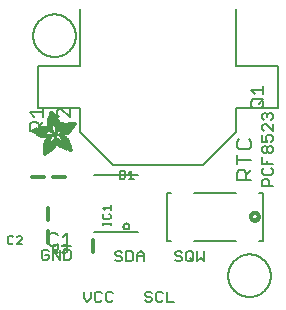
<source format=gbr>
G04 EAGLE Gerber RS-274X export*
G75*
%MOMM*%
%FSLAX34Y34*%
%LPD*%
%INSilkscreen Top*%
%IPPOS*%
%AMOC8*
5,1,8,0,0,1.08239X$1,22.5*%
G01*
%ADD10C,0.152400*%
%ADD11C,0.203200*%
%ADD12C,0.304800*%
%ADD13C,0.177800*%
%ADD14R,0.006300X0.050800*%
%ADD15R,0.006400X0.082600*%
%ADD16R,0.006300X0.120600*%
%ADD17R,0.006400X0.139700*%
%ADD18R,0.006300X0.158800*%
%ADD19R,0.006400X0.177800*%
%ADD20R,0.006300X0.196800*%
%ADD21R,0.006400X0.215900*%
%ADD22R,0.006300X0.228600*%
%ADD23R,0.006400X0.241300*%
%ADD24R,0.006300X0.254000*%
%ADD25R,0.006400X0.266700*%
%ADD26R,0.006300X0.279400*%
%ADD27R,0.006400X0.285700*%
%ADD28R,0.006300X0.298400*%
%ADD29R,0.006400X0.311200*%
%ADD30R,0.006300X0.317500*%
%ADD31R,0.006400X0.330200*%
%ADD32R,0.006300X0.336600*%
%ADD33R,0.006400X0.349200*%
%ADD34R,0.006300X0.361900*%
%ADD35R,0.006400X0.368300*%
%ADD36R,0.006300X0.381000*%
%ADD37R,0.006400X0.387300*%
%ADD38R,0.006300X0.393700*%
%ADD39R,0.006400X0.406400*%
%ADD40R,0.006300X0.412700*%
%ADD41R,0.006400X0.419100*%
%ADD42R,0.006300X0.431800*%
%ADD43R,0.006400X0.438100*%
%ADD44R,0.006300X0.450800*%
%ADD45R,0.006400X0.457200*%
%ADD46R,0.006300X0.463500*%
%ADD47R,0.006400X0.476200*%
%ADD48R,0.006300X0.482600*%
%ADD49R,0.006400X0.488900*%
%ADD50R,0.006300X0.501600*%
%ADD51R,0.006400X0.508000*%
%ADD52R,0.006300X0.514300*%
%ADD53R,0.006400X0.527000*%
%ADD54R,0.006300X0.533400*%
%ADD55R,0.006400X0.546100*%
%ADD56R,0.006300X0.552400*%
%ADD57R,0.006400X0.558800*%
%ADD58R,0.006300X0.571500*%
%ADD59R,0.006400X0.577800*%
%ADD60R,0.006300X0.584200*%
%ADD61R,0.006400X0.596900*%
%ADD62R,0.006300X0.603200*%
%ADD63R,0.006400X0.609600*%
%ADD64R,0.006300X0.622300*%
%ADD65R,0.006400X0.628600*%
%ADD66R,0.006300X0.641300*%
%ADD67R,0.006400X0.647700*%
%ADD68R,0.006300X0.063500*%
%ADD69R,0.006300X0.654000*%
%ADD70R,0.006400X0.101600*%
%ADD71R,0.006400X0.666700*%
%ADD72R,0.006300X0.139700*%
%ADD73R,0.006300X0.673100*%
%ADD74R,0.006400X0.165100*%
%ADD75R,0.006400X0.679400*%
%ADD76R,0.006300X0.196900*%
%ADD77R,0.006300X0.692100*%
%ADD78R,0.006400X0.222200*%
%ADD79R,0.006400X0.698500*%
%ADD80R,0.006300X0.247700*%
%ADD81R,0.006300X0.704800*%
%ADD82R,0.006400X0.279400*%
%ADD83R,0.006400X0.717500*%
%ADD84R,0.006300X0.298500*%
%ADD85R,0.006300X0.723900*%
%ADD86R,0.006400X0.736600*%
%ADD87R,0.006300X0.342900*%
%ADD88R,0.006300X0.742900*%
%ADD89R,0.006400X0.374700*%
%ADD90R,0.006400X0.749300*%
%ADD91R,0.006300X0.762000*%
%ADD92R,0.006400X0.412700*%
%ADD93R,0.006400X0.768300*%
%ADD94R,0.006300X0.438100*%
%ADD95R,0.006300X0.774700*%
%ADD96R,0.006400X0.463600*%
%ADD97R,0.006400X0.787400*%
%ADD98R,0.006300X0.793700*%
%ADD99R,0.006400X0.495300*%
%ADD100R,0.006400X0.800100*%
%ADD101R,0.006300X0.520700*%
%ADD102R,0.006300X0.812800*%
%ADD103R,0.006400X0.533400*%
%ADD104R,0.006400X0.819100*%
%ADD105R,0.006300X0.558800*%
%ADD106R,0.006300X0.825500*%
%ADD107R,0.006400X0.577900*%
%ADD108R,0.006400X0.831800*%
%ADD109R,0.006300X0.596900*%
%ADD110R,0.006300X0.844500*%
%ADD111R,0.006400X0.616000*%
%ADD112R,0.006400X0.850900*%
%ADD113R,0.006300X0.635000*%
%ADD114R,0.006300X0.857200*%
%ADD115R,0.006400X0.654100*%
%ADD116R,0.006400X0.863600*%
%ADD117R,0.006300X0.666700*%
%ADD118R,0.006300X0.869900*%
%ADD119R,0.006400X0.685800*%
%ADD120R,0.006400X0.876300*%
%ADD121R,0.006300X0.882600*%
%ADD122R,0.006400X0.723900*%
%ADD123R,0.006400X0.889000*%
%ADD124R,0.006300X0.895300*%
%ADD125R,0.006400X0.755700*%
%ADD126R,0.006400X0.901700*%
%ADD127R,0.006300X0.908000*%
%ADD128R,0.006400X0.793800*%
%ADD129R,0.006400X0.914400*%
%ADD130R,0.006300X0.806400*%
%ADD131R,0.006300X0.920700*%
%ADD132R,0.006400X0.825500*%
%ADD133R,0.006400X0.927100*%
%ADD134R,0.006300X0.933400*%
%ADD135R,0.006400X0.857300*%
%ADD136R,0.006400X0.939800*%
%ADD137R,0.006300X0.870000*%
%ADD138R,0.006300X0.939800*%
%ADD139R,0.006400X0.946100*%
%ADD140R,0.006300X0.952500*%
%ADD141R,0.006400X0.908000*%
%ADD142R,0.006400X0.958800*%
%ADD143R,0.006300X0.965200*%
%ADD144R,0.006400X0.965200*%
%ADD145R,0.006300X0.971500*%
%ADD146R,0.006400X0.952500*%
%ADD147R,0.006400X0.977900*%
%ADD148R,0.006300X0.958800*%
%ADD149R,0.006300X0.984200*%
%ADD150R,0.006400X0.971500*%
%ADD151R,0.006400X0.984200*%
%ADD152R,0.006300X0.990600*%
%ADD153R,0.006400X0.984300*%
%ADD154R,0.006400X0.996900*%
%ADD155R,0.006300X0.997000*%
%ADD156R,0.006300X0.996900*%
%ADD157R,0.006400X1.003300*%
%ADD158R,0.006300X1.016000*%
%ADD159R,0.006300X1.009600*%
%ADD160R,0.006400X1.016000*%
%ADD161R,0.006400X1.009600*%
%ADD162R,0.006300X1.022300*%
%ADD163R,0.006400X1.028700*%
%ADD164R,0.006300X1.035100*%
%ADD165R,0.006400X1.047800*%
%ADD166R,0.006300X1.054100*%
%ADD167R,0.006300X1.028700*%
%ADD168R,0.006400X1.054100*%
%ADD169R,0.006400X1.035000*%
%ADD170R,0.006300X1.060400*%
%ADD171R,0.006300X1.035000*%
%ADD172R,0.006400X1.060500*%
%ADD173R,0.006400X1.041400*%
%ADD174R,0.006300X1.066800*%
%ADD175R,0.006300X1.041400*%
%ADD176R,0.006400X1.079500*%
%ADD177R,0.006400X1.047700*%
%ADD178R,0.006300X1.085900*%
%ADD179R,0.006300X1.047700*%
%ADD180R,0.006400X1.085800*%
%ADD181R,0.006300X1.092200*%
%ADD182R,0.006400X1.085900*%
%ADD183R,0.006300X1.098600*%
%ADD184R,0.006400X1.098600*%
%ADD185R,0.006400X1.060400*%
%ADD186R,0.006300X1.104900*%
%ADD187R,0.006400X1.104900*%
%ADD188R,0.006400X1.066800*%
%ADD189R,0.006300X1.111200*%
%ADD190R,0.006400X1.117600*%
%ADD191R,0.006300X1.117600*%
%ADD192R,0.006300X1.073100*%
%ADD193R,0.006400X1.073100*%
%ADD194R,0.006300X1.124000*%
%ADD195R,0.006300X1.079500*%
%ADD196R,0.006400X1.123900*%
%ADD197R,0.006300X1.130300*%
%ADD198R,0.006400X1.130300*%
%ADD199R,0.006400X1.136700*%
%ADD200R,0.006300X1.136700*%
%ADD201R,0.006300X1.085800*%
%ADD202R,0.006400X1.136600*%
%ADD203R,0.006300X1.136600*%
%ADD204R,0.006400X1.143000*%
%ADD205R,0.006300X1.143000*%
%ADD206R,0.006300X1.149400*%
%ADD207R,0.006300X1.149300*%
%ADD208R,0.006400X1.149300*%
%ADD209R,0.006400X1.149400*%
%ADD210R,0.006400X1.155700*%
%ADD211R,0.006300X1.155700*%
%ADD212R,0.006300X1.060500*%
%ADD213R,0.006400X2.197100*%
%ADD214R,0.006300X2.197100*%
%ADD215R,0.006300X2.184400*%
%ADD216R,0.006400X2.184400*%
%ADD217R,0.006400X2.171700*%
%ADD218R,0.006300X2.171700*%
%ADD219R,0.006400X1.530300*%
%ADD220R,0.006300X1.505000*%
%ADD221R,0.006400X1.492300*%
%ADD222R,0.006300X1.485900*%
%ADD223R,0.006300X0.565200*%
%ADD224R,0.006400X1.473200*%
%ADD225R,0.006400X0.565200*%
%ADD226R,0.006300X1.460500*%
%ADD227R,0.006400X1.454100*%
%ADD228R,0.006400X0.552400*%
%ADD229R,0.006300X1.441500*%
%ADD230R,0.006300X0.546100*%
%ADD231R,0.006400X1.435100*%
%ADD232R,0.006400X0.539800*%
%ADD233R,0.006300X1.428800*%
%ADD234R,0.006400X1.422400*%
%ADD235R,0.006300X1.409700*%
%ADD236R,0.006300X0.527100*%
%ADD237R,0.006400X1.403300*%
%ADD238R,0.006400X0.527100*%
%ADD239R,0.006300X1.390700*%
%ADD240R,0.006400X1.384300*%
%ADD241R,0.006400X0.520700*%
%ADD242R,0.006300X1.384300*%
%ADD243R,0.006300X0.514400*%
%ADD244R,0.006400X1.371600*%
%ADD245R,0.006300X1.365200*%
%ADD246R,0.006300X0.508000*%
%ADD247R,0.006400X1.352600*%
%ADD248R,0.006400X0.501700*%
%ADD249R,0.006300X0.711200*%
%ADD250R,0.006300X0.603300*%
%ADD251R,0.006300X0.501700*%
%ADD252R,0.006400X0.692100*%
%ADD253R,0.006400X0.571500*%
%ADD254R,0.006300X0.679400*%
%ADD255R,0.006300X0.495300*%
%ADD256R,0.006400X0.673100*%
%ADD257R,0.006300X0.666800*%
%ADD258R,0.006300X0.488900*%
%ADD259R,0.006400X0.660400*%
%ADD260R,0.006400X0.482600*%
%ADD261R,0.006300X0.476200*%
%ADD262R,0.006400X0.654000*%
%ADD263R,0.006400X0.469900*%
%ADD264R,0.006400X0.476300*%
%ADD265R,0.006300X0.647700*%
%ADD266R,0.006300X0.457200*%
%ADD267R,0.006300X0.469900*%
%ADD268R,0.006400X0.641300*%
%ADD269R,0.006400X0.444500*%
%ADD270R,0.006300X0.463600*%
%ADD271R,0.006400X0.635000*%
%ADD272R,0.006400X0.463500*%
%ADD273R,0.006400X0.393700*%
%ADD274R,0.006400X0.450800*%
%ADD275R,0.006300X0.628600*%
%ADD276R,0.006300X0.387400*%
%ADD277R,0.006300X0.450900*%
%ADD278R,0.006400X0.628700*%
%ADD279R,0.006400X0.374600*%
%ADD280R,0.006300X0.368300*%
%ADD281R,0.006300X0.438200*%
%ADD282R,0.006400X0.622300*%
%ADD283R,0.006400X0.355600*%
%ADD284R,0.006400X0.431800*%
%ADD285R,0.006300X0.349300*%
%ADD286R,0.006300X0.425400*%
%ADD287R,0.006300X0.615900*%
%ADD288R,0.006300X0.330200*%
%ADD289R,0.006300X0.419100*%
%ADD290R,0.006300X0.616000*%
%ADD291R,0.006300X0.311200*%
%ADD292R,0.006300X0.406400*%
%ADD293R,0.006400X0.615900*%
%ADD294R,0.006400X0.304800*%
%ADD295R,0.006400X0.158800*%
%ADD296R,0.006300X0.609600*%
%ADD297R,0.006300X0.292100*%
%ADD298R,0.006300X0.235000*%
%ADD299R,0.006400X0.387400*%
%ADD300R,0.006400X0.292100*%
%ADD301R,0.006300X0.336500*%
%ADD302R,0.006300X0.260400*%
%ADD303R,0.006400X0.603300*%
%ADD304R,0.006400X0.260400*%
%ADD305R,0.006400X0.362000*%
%ADD306R,0.006400X0.450900*%
%ADD307R,0.006300X0.355600*%
%ADD308R,0.006400X0.342900*%
%ADD309R,0.006400X0.514300*%
%ADD310R,0.006300X0.234900*%
%ADD311R,0.006300X0.539700*%
%ADD312R,0.006400X0.603200*%
%ADD313R,0.006400X0.234900*%
%ADD314R,0.006400X0.920700*%
%ADD315R,0.006400X0.958900*%
%ADD316R,0.006300X0.215900*%
%ADD317R,0.006400X0.209600*%
%ADD318R,0.006300X0.203200*%
%ADD319R,0.006300X1.003300*%
%ADD320R,0.006400X0.203200*%
%ADD321R,0.006400X0.196900*%
%ADD322R,0.006300X0.190500*%
%ADD323R,0.006400X0.190500*%
%ADD324R,0.006300X0.184200*%
%ADD325R,0.006400X0.590500*%
%ADD326R,0.006400X0.184200*%
%ADD327R,0.006300X0.590500*%
%ADD328R,0.006300X0.177800*%
%ADD329R,0.006400X0.584200*%
%ADD330R,0.006400X1.168400*%
%ADD331R,0.006300X0.171500*%
%ADD332R,0.006300X1.187500*%
%ADD333R,0.006400X1.200100*%
%ADD334R,0.006300X0.577800*%
%ADD335R,0.006300X1.212900*%
%ADD336R,0.006400X1.231900*%
%ADD337R,0.006300X1.250900*%
%ADD338R,0.006400X0.565100*%
%ADD339R,0.006400X0.184100*%
%ADD340R,0.006400X1.263700*%
%ADD341R,0.006300X0.565100*%
%ADD342R,0.006300X1.289100*%
%ADD343R,0.006400X1.314400*%
%ADD344R,0.006300X0.552500*%
%ADD345R,0.006300X1.568500*%
%ADD346R,0.006400X0.552500*%
%ADD347R,0.006400X1.581200*%
%ADD348R,0.006300X1.593800*%
%ADD349R,0.006400X1.606500*%
%ADD350R,0.006300X1.619300*%
%ADD351R,0.006400X0.514400*%
%ADD352R,0.006400X1.638300*%
%ADD353R,0.006300X1.657300*%
%ADD354R,0.006400X2.209800*%
%ADD355R,0.006300X2.425700*%
%ADD356R,0.006400X2.470100*%
%ADD357R,0.006300X2.501900*%
%ADD358R,0.006400X2.533700*%
%ADD359R,0.006300X2.559000*%
%ADD360R,0.006400X2.584500*%
%ADD361R,0.006300X2.609900*%
%ADD362R,0.006400X2.628900*%
%ADD363R,0.006300X2.660600*%
%ADD364R,0.006400X2.673400*%
%ADD365R,0.006300X1.422400*%
%ADD366R,0.006300X1.200200*%
%ADD367R,0.006300X1.365300*%
%ADD368R,0.006400X1.365300*%
%ADD369R,0.006300X1.352500*%
%ADD370R,0.006300X1.098500*%
%ADD371R,0.006400X1.358900*%
%ADD372R,0.006300X1.352600*%
%ADD373R,0.006300X1.358900*%
%ADD374R,0.006300X1.371600*%
%ADD375R,0.006400X1.377900*%
%ADD376R,0.006400X1.397000*%
%ADD377R,0.006300X1.403300*%
%ADD378R,0.006300X0.914400*%
%ADD379R,0.006300X0.876300*%
%ADD380R,0.006300X0.374600*%
%ADD381R,0.006400X1.073200*%
%ADD382R,0.006300X0.374700*%
%ADD383R,0.006400X0.844600*%
%ADD384R,0.006300X0.844600*%
%ADD385R,0.006400X0.831900*%
%ADD386R,0.006400X1.092200*%
%ADD387R,0.006300X0.400000*%
%ADD388R,0.006400X0.819200*%
%ADD389R,0.006400X1.111300*%
%ADD390R,0.006400X0.812800*%
%ADD391R,0.006300X0.800100*%
%ADD392R,0.006300X0.476300*%
%ADD393R,0.006300X1.181100*%
%ADD394R,0.006400X0.501600*%
%ADD395R,0.006400X1.193800*%
%ADD396R,0.006400X0.781000*%
%ADD397R,0.006400X1.238200*%
%ADD398R,0.006300X0.781100*%
%ADD399R,0.006300X1.257300*%
%ADD400R,0.006400X1.295400*%
%ADD401R,0.006300X1.333500*%
%ADD402R,0.006400X0.774700*%
%ADD403R,0.006400X1.866900*%
%ADD404R,0.006300X0.209600*%
%ADD405R,0.006300X1.866900*%
%ADD406R,0.006400X0.768400*%
%ADD407R,0.006400X0.209500*%
%ADD408R,0.006400X1.860600*%
%ADD409R,0.006400X0.762000*%
%ADD410R,0.006300X0.768400*%
%ADD411R,0.006300X1.860600*%
%ADD412R,0.006400X1.860500*%
%ADD413R,0.006300X0.222300*%
%ADD414R,0.006300X1.854200*%
%ADD415R,0.006400X0.235000*%
%ADD416R,0.006400X1.854200*%
%ADD417R,0.006300X0.768300*%
%ADD418R,0.006400X0.260300*%
%ADD419R,0.006400X1.847800*%
%ADD420R,0.006300X0.266700*%
%ADD421R,0.006300X1.847800*%
%ADD422R,0.006400X0.273100*%
%ADD423R,0.006400X1.841500*%
%ADD424R,0.006300X0.285800*%
%ADD425R,0.006300X1.841500*%
%ADD426R,0.006400X0.298500*%
%ADD427R,0.006400X1.835100*%
%ADD428R,0.006300X0.781000*%
%ADD429R,0.006300X0.304800*%
%ADD430R,0.006300X1.835100*%
%ADD431R,0.006400X0.317500*%
%ADD432R,0.006400X1.828800*%
%ADD433R,0.006300X0.787400*%
%ADD434R,0.006300X0.323800*%
%ADD435R,0.006300X1.828800*%
%ADD436R,0.006400X0.793700*%
%ADD437R,0.006400X1.822400*%
%ADD438R,0.006300X0.806500*%
%ADD439R,0.006300X1.822400*%
%ADD440R,0.006400X1.816100*%
%ADD441R,0.006300X0.819100*%
%ADD442R,0.006300X0.387300*%
%ADD443R,0.006300X1.816100*%
%ADD444R,0.006400X1.809800*%
%ADD445R,0.006300X1.803400*%
%ADD446R,0.006400X1.797000*%
%ADD447R,0.006300X0.901700*%
%ADD448R,0.006300X1.797000*%
%ADD449R,0.006400X1.441400*%
%ADD450R,0.006400X1.790700*%
%ADD451R,0.006300X1.447800*%
%ADD452R,0.006300X1.784300*%
%ADD453R,0.006400X1.447800*%
%ADD454R,0.006400X1.784300*%
%ADD455R,0.006300X1.454100*%
%ADD456R,0.006300X1.771700*%
%ADD457R,0.006400X1.460500*%
%ADD458R,0.006400X1.759000*%
%ADD459R,0.006300X1.466800*%
%ADD460R,0.006300X1.752600*%
%ADD461R,0.006400X1.466800*%
%ADD462R,0.006400X1.739900*%
%ADD463R,0.006300X1.473200*%
%ADD464R,0.006300X1.727200*%
%ADD465R,0.006400X1.479500*%
%ADD466R,0.006400X1.714500*%
%ADD467R,0.006300X1.695400*%
%ADD468R,0.006400X1.485900*%
%ADD469R,0.006400X1.682700*%
%ADD470R,0.006300X1.492200*%
%ADD471R,0.006300X1.663700*%
%ADD472R,0.006400X1.498600*%
%ADD473R,0.006400X1.644600*%
%ADD474R,0.006300X1.498600*%
%ADD475R,0.006300X1.619200*%
%ADD476R,0.006400X1.511300*%
%ADD477R,0.006400X1.600200*%
%ADD478R,0.006300X1.517700*%
%ADD479R,0.006300X1.574800*%
%ADD480R,0.006400X1.524000*%
%ADD481R,0.006400X1.555800*%
%ADD482R,0.006300X1.524000*%
%ADD483R,0.006300X1.536700*%
%ADD484R,0.006400X1.530400*%
%ADD485R,0.006400X1.517700*%
%ADD486R,0.006300X1.492300*%
%ADD487R,0.006400X1.549400*%
%ADD488R,0.006400X1.479600*%
%ADD489R,0.006300X1.549400*%
%ADD490R,0.006400X1.555700*%
%ADD491R,0.006300X1.562100*%
%ADD492R,0.006300X0.323900*%
%ADD493R,0.006400X1.568400*%
%ADD494R,0.006400X0.336600*%
%ADD495R,0.006300X1.587500*%
%ADD496R,0.006300X0.971600*%
%ADD497R,0.006400X0.349300*%
%ADD498R,0.006300X1.600200*%
%ADD499R,0.006300X0.920800*%
%ADD500R,0.006400X0.882700*%
%ADD501R,0.006300X1.612900*%
%ADD502R,0.006300X0.362000*%
%ADD503R,0.006400X1.625600*%
%ADD504R,0.006300X1.625600*%
%ADD505R,0.006300X1.644600*%
%ADD506R,0.006300X0.736600*%
%ADD507R,0.006400X0.717600*%
%ADD508R,0.006300X1.657400*%
%ADD509R,0.006300X0.679500*%
%ADD510R,0.006400X1.663700*%
%ADD511R,0.006400X0.400000*%
%ADD512R,0.006300X1.676400*%
%ADD513R,0.006400X1.676400*%
%ADD514R,0.006400X0.425500*%
%ADD515R,0.006400X1.352500*%
%ADD516R,0.006300X0.444500*%
%ADD517R,0.006400X0.361900*%
%ADD518R,0.006300X0.088900*%
%ADD519R,0.006300X1.009700*%
%ADD520R,0.006400X1.009700*%
%ADD521R,0.006400X1.022300*%
%ADD522R,0.006400X1.346200*%
%ADD523R,0.006300X1.346200*%
%ADD524R,0.006400X1.339900*%
%ADD525R,0.006400X1.035100*%
%ADD526R,0.006300X1.339800*%
%ADD527R,0.006400X1.333500*%
%ADD528R,0.006400X1.327200*%
%ADD529R,0.006300X1.320800*%
%ADD530R,0.006400X1.314500*%
%ADD531R,0.006300X1.314400*%
%ADD532R,0.006400X1.301700*%
%ADD533R,0.006300X1.295400*%
%ADD534R,0.006400X1.289000*%
%ADD535R,0.006300X1.276300*%
%ADD536R,0.006300X1.251000*%
%ADD537R,0.006400X1.244600*%
%ADD538R,0.006300X1.231900*%
%ADD539R,0.006400X1.212800*%
%ADD540R,0.006300X1.200100*%
%ADD541R,0.006400X1.187400*%
%ADD542R,0.006300X1.168400*%
%ADD543R,0.006300X1.047800*%
%ADD544R,0.006300X0.977900*%
%ADD545R,0.006400X0.946200*%
%ADD546R,0.006400X0.933400*%
%ADD547R,0.006400X0.895300*%
%ADD548R,0.006300X0.882700*%
%ADD549R,0.006300X0.863600*%
%ADD550R,0.006400X0.857200*%
%ADD551R,0.006300X0.850900*%
%ADD552R,0.006300X0.838200*%
%ADD553R,0.006400X0.806500*%
%ADD554R,0.006300X0.717600*%
%ADD555R,0.006400X0.711200*%
%ADD556R,0.006400X0.641400*%
%ADD557R,0.006300X0.641400*%
%ADD558R,0.006300X0.628700*%
%ADD559R,0.006300X0.590600*%
%ADD560R,0.006400X0.539700*%
%ADD561R,0.006300X0.285700*%
%ADD562R,0.006300X0.222200*%
%ADD563R,0.006300X0.171400*%
%ADD564R,0.006400X0.152400*%
%ADD565R,0.006300X0.133400*%


D10*
X210058Y101092D02*
X201415Y101092D01*
X201415Y105414D01*
X202855Y106854D01*
X205736Y106854D01*
X207177Y105414D01*
X207177Y101092D01*
X201415Y114769D02*
X202855Y116209D01*
X201415Y114769D02*
X201415Y111888D01*
X202855Y110447D01*
X208617Y110447D01*
X210058Y111888D01*
X210058Y114769D01*
X208617Y116209D01*
X210058Y119802D02*
X201415Y119802D01*
X201415Y125565D01*
X205736Y122684D02*
X205736Y119802D01*
X202855Y129158D02*
X201415Y130598D01*
X201415Y133479D01*
X202855Y134920D01*
X204296Y134920D01*
X205736Y133479D01*
X207177Y134920D01*
X208617Y134920D01*
X210058Y133479D01*
X210058Y130598D01*
X208617Y129158D01*
X207177Y129158D01*
X205736Y130598D01*
X204296Y129158D01*
X202855Y129158D01*
X205736Y130598D02*
X205736Y133479D01*
X201415Y138513D02*
X201415Y144275D01*
X201415Y138513D02*
X205736Y138513D01*
X204296Y141394D01*
X204296Y142834D01*
X205736Y144275D01*
X208617Y144275D01*
X210058Y142834D01*
X210058Y139953D01*
X208617Y138513D01*
X210058Y147868D02*
X210058Y153630D01*
X210058Y147868D02*
X204296Y153630D01*
X202855Y153630D01*
X201415Y152190D01*
X201415Y149309D01*
X202855Y147868D01*
X202855Y157223D02*
X201415Y158664D01*
X201415Y161545D01*
X202855Y162985D01*
X204296Y162985D01*
X205736Y161545D01*
X205736Y160104D01*
X205736Y161545D02*
X207177Y162985D01*
X208617Y162985D01*
X210058Y161545D01*
X210058Y158664D01*
X208617Y157223D01*
D11*
X192024Y106426D02*
X179822Y106426D01*
X179822Y112527D01*
X181855Y114561D01*
X185923Y114561D01*
X187957Y112527D01*
X187957Y106426D01*
X187957Y110493D02*
X192024Y114561D01*
X192024Y123591D02*
X179822Y123591D01*
X179822Y127658D02*
X179822Y119523D01*
X179822Y138722D02*
X181855Y140755D01*
X179822Y138722D02*
X179822Y134654D01*
X181855Y132621D01*
X189990Y132621D01*
X192024Y134654D01*
X192024Y138722D01*
X189990Y140755D01*
D10*
X106558Y11945D02*
X107999Y10505D01*
X106558Y11945D02*
X103677Y11945D01*
X102236Y10505D01*
X102236Y9064D01*
X103677Y7624D01*
X106558Y7624D01*
X107999Y6183D01*
X107999Y4743D01*
X106558Y3302D01*
X103677Y3302D01*
X102236Y4743D01*
X115913Y11945D02*
X117354Y10505D01*
X115913Y11945D02*
X113032Y11945D01*
X111592Y10505D01*
X111592Y4743D01*
X113032Y3302D01*
X115913Y3302D01*
X117354Y4743D01*
X120947Y3302D02*
X120947Y11945D01*
X120947Y3302D02*
X126709Y3302D01*
X82599Y44795D02*
X81158Y46235D01*
X78277Y46235D01*
X76836Y44795D01*
X76836Y43354D01*
X78277Y41914D01*
X81158Y41914D01*
X82599Y40473D01*
X82599Y39033D01*
X81158Y37592D01*
X78277Y37592D01*
X76836Y39033D01*
X86192Y37592D02*
X86192Y46235D01*
X86192Y37592D02*
X90513Y37592D01*
X91954Y39033D01*
X91954Y44795D01*
X90513Y46235D01*
X86192Y46235D01*
X95547Y43354D02*
X95547Y37592D01*
X95547Y43354D02*
X98428Y46235D01*
X101309Y43354D01*
X101309Y37592D01*
X101309Y41914D02*
X95547Y41914D01*
X50166Y11945D02*
X50166Y6183D01*
X53048Y3302D01*
X55929Y6183D01*
X55929Y11945D01*
X63843Y11945D02*
X65284Y10505D01*
X63843Y11945D02*
X60962Y11945D01*
X59522Y10505D01*
X59522Y4743D01*
X60962Y3302D01*
X63843Y3302D01*
X65284Y4743D01*
X73199Y11945D02*
X74639Y10505D01*
X73199Y11945D02*
X70317Y11945D01*
X68877Y10505D01*
X68877Y4743D01*
X70317Y3302D01*
X73199Y3302D01*
X74639Y4743D01*
X20369Y46065D02*
X18928Y47505D01*
X16047Y47505D01*
X14606Y46065D01*
X14606Y40303D01*
X16047Y38862D01*
X18928Y38862D01*
X20369Y40303D01*
X20369Y43184D01*
X17488Y43184D01*
X23962Y47505D02*
X23962Y38862D01*
X29724Y38862D02*
X23962Y47505D01*
X29724Y47505D02*
X29724Y38862D01*
X33317Y38862D02*
X33317Y47505D01*
X33317Y38862D02*
X37639Y38862D01*
X39079Y40303D01*
X39079Y46065D01*
X37639Y47505D01*
X33317Y47505D01*
X131958Y46235D02*
X133399Y44795D01*
X131958Y46235D02*
X129077Y46235D01*
X127636Y44795D01*
X127636Y43354D01*
X129077Y41914D01*
X131958Y41914D01*
X133399Y40473D01*
X133399Y39033D01*
X131958Y37592D01*
X129077Y37592D01*
X127636Y39033D01*
X136992Y39033D02*
X136992Y44795D01*
X138432Y46235D01*
X141313Y46235D01*
X142754Y44795D01*
X142754Y39033D01*
X141313Y37592D01*
X138432Y37592D01*
X136992Y39033D01*
X139873Y40473D02*
X142754Y37592D01*
X146347Y37592D02*
X146347Y46235D01*
X149228Y40473D02*
X146347Y37592D01*
X149228Y40473D02*
X152109Y37592D01*
X152109Y46235D01*
D11*
X124290Y94930D02*
X120290Y94930D01*
X120290Y54930D01*
X124290Y54930D01*
X143290Y54930D02*
X179290Y54930D01*
X179290Y94930D02*
X143290Y94930D01*
X198290Y94930D02*
X202290Y94930D01*
X202290Y54930D01*
X198290Y54930D01*
D12*
X191839Y75184D02*
X191841Y75297D01*
X191847Y75411D01*
X191857Y75524D01*
X191871Y75636D01*
X191889Y75749D01*
X191910Y75860D01*
X191936Y75970D01*
X191966Y76080D01*
X191999Y76188D01*
X192036Y76296D01*
X192077Y76402D01*
X192122Y76506D01*
X192170Y76609D01*
X192222Y76710D01*
X192277Y76809D01*
X192336Y76906D01*
X192398Y77001D01*
X192463Y77093D01*
X192532Y77184D01*
X192604Y77272D01*
X192678Y77357D01*
X192756Y77440D01*
X192837Y77520D01*
X192920Y77597D01*
X193006Y77671D01*
X193095Y77742D01*
X193185Y77810D01*
X193279Y77874D01*
X193374Y77935D01*
X193472Y77993D01*
X193571Y78048D01*
X193673Y78099D01*
X193776Y78146D01*
X193881Y78190D01*
X193987Y78230D01*
X194095Y78266D01*
X194203Y78298D01*
X194313Y78327D01*
X194424Y78351D01*
X194535Y78372D01*
X194648Y78389D01*
X194760Y78402D01*
X194874Y78411D01*
X194987Y78416D01*
X195100Y78417D01*
X195214Y78414D01*
X195327Y78407D01*
X195440Y78396D01*
X195553Y78381D01*
X195664Y78362D01*
X195776Y78340D01*
X195886Y78313D01*
X195995Y78282D01*
X196103Y78248D01*
X196210Y78210D01*
X196316Y78168D01*
X196420Y78123D01*
X196522Y78074D01*
X196623Y78021D01*
X196721Y77965D01*
X196818Y77905D01*
X196912Y77842D01*
X197004Y77776D01*
X197094Y77707D01*
X197181Y77634D01*
X197266Y77559D01*
X197348Y77480D01*
X197427Y77399D01*
X197503Y77315D01*
X197577Y77228D01*
X197647Y77139D01*
X197714Y77047D01*
X197778Y76954D01*
X197838Y76857D01*
X197895Y76759D01*
X197949Y76659D01*
X197999Y76557D01*
X198045Y76454D01*
X198088Y76349D01*
X198127Y76242D01*
X198162Y76134D01*
X198194Y76025D01*
X198221Y75915D01*
X198245Y75804D01*
X198265Y75693D01*
X198281Y75580D01*
X198293Y75467D01*
X198301Y75354D01*
X198305Y75241D01*
X198305Y75127D01*
X198301Y75014D01*
X198293Y74901D01*
X198281Y74788D01*
X198265Y74675D01*
X198245Y74564D01*
X198221Y74453D01*
X198194Y74343D01*
X198162Y74234D01*
X198127Y74126D01*
X198088Y74019D01*
X198045Y73914D01*
X197999Y73811D01*
X197949Y73709D01*
X197895Y73609D01*
X197838Y73511D01*
X197778Y73414D01*
X197714Y73321D01*
X197647Y73229D01*
X197577Y73140D01*
X197503Y73053D01*
X197427Y72969D01*
X197348Y72888D01*
X197266Y72809D01*
X197181Y72734D01*
X197094Y72661D01*
X197004Y72592D01*
X196912Y72526D01*
X196818Y72463D01*
X196721Y72403D01*
X196623Y72347D01*
X196522Y72294D01*
X196420Y72245D01*
X196316Y72200D01*
X196210Y72158D01*
X196103Y72120D01*
X195995Y72086D01*
X195886Y72055D01*
X195776Y72028D01*
X195664Y72006D01*
X195553Y71987D01*
X195440Y71972D01*
X195327Y71961D01*
X195214Y71954D01*
X195100Y71951D01*
X194987Y71952D01*
X194874Y71957D01*
X194760Y71966D01*
X194648Y71979D01*
X194535Y71996D01*
X194424Y72017D01*
X194313Y72041D01*
X194203Y72070D01*
X194095Y72102D01*
X193987Y72138D01*
X193881Y72178D01*
X193776Y72222D01*
X193673Y72269D01*
X193571Y72320D01*
X193472Y72375D01*
X193374Y72433D01*
X193279Y72494D01*
X193185Y72558D01*
X193095Y72626D01*
X193006Y72697D01*
X192920Y72771D01*
X192837Y72848D01*
X192756Y72928D01*
X192678Y73011D01*
X192604Y73096D01*
X192532Y73184D01*
X192463Y73275D01*
X192398Y73367D01*
X192336Y73462D01*
X192277Y73559D01*
X192222Y73658D01*
X192170Y73759D01*
X192122Y73862D01*
X192077Y73966D01*
X192036Y74072D01*
X191999Y74180D01*
X191966Y74288D01*
X191936Y74398D01*
X191910Y74508D01*
X191889Y74619D01*
X191871Y74732D01*
X191857Y74844D01*
X191847Y74957D01*
X191841Y75071D01*
X191839Y75184D01*
D13*
X193202Y167259D02*
X200489Y167259D01*
X193202Y167259D02*
X191380Y169081D01*
X191380Y172725D01*
X193202Y174547D01*
X200489Y174547D01*
X202311Y172725D01*
X202311Y169081D01*
X200489Y167259D01*
X198667Y170903D02*
X202311Y174547D01*
X195023Y178953D02*
X191380Y182597D01*
X202311Y182597D01*
X202311Y178953D02*
X202311Y186241D01*
D12*
X16510Y109220D02*
X6350Y109220D01*
D13*
X27550Y147681D02*
X38481Y147681D01*
X27550Y147681D02*
X27550Y153147D01*
X29372Y154969D01*
X33015Y154969D01*
X34837Y153147D01*
X34837Y147681D01*
X34837Y151325D02*
X38481Y154969D01*
X38481Y159375D02*
X38481Y166663D01*
X38481Y159375D02*
X31193Y166663D01*
X29372Y166663D01*
X27550Y164841D01*
X27550Y161197D01*
X29372Y159375D01*
D12*
X34290Y109220D02*
X24130Y109220D01*
D13*
X15621Y148209D02*
X4690Y148209D01*
X4690Y153675D01*
X6512Y155497D01*
X10155Y155497D01*
X11977Y153675D01*
X11977Y148209D01*
X11977Y151853D02*
X15621Y155497D01*
X8333Y159903D02*
X4690Y163547D01*
X15621Y163547D01*
X15621Y159903D02*
X15621Y167191D01*
D12*
X20320Y82550D02*
X20320Y72390D01*
D13*
X26147Y61350D02*
X27969Y59528D01*
X26147Y61350D02*
X22503Y61350D01*
X20681Y59528D01*
X20681Y52241D01*
X22503Y50419D01*
X26147Y50419D01*
X27969Y52241D01*
X32375Y57707D02*
X36019Y61350D01*
X36019Y50419D01*
X32375Y50419D02*
X39663Y50419D01*
D14*
X44260Y153638D03*
D15*
X44196Y153670D03*
D16*
X44133Y153670D03*
D17*
X44069Y153639D03*
D18*
X44006Y153670D03*
D19*
X43942Y153638D03*
D20*
X43879Y153670D03*
D21*
X43815Y153639D03*
D22*
X43752Y153638D03*
D23*
X43688Y153575D03*
D24*
X43625Y153575D03*
D25*
X43561Y153512D03*
D26*
X43498Y153511D03*
D27*
X43434Y153480D03*
D28*
X43371Y153416D03*
D29*
X43307Y153416D03*
D30*
X43244Y153385D03*
D31*
X43180Y153321D03*
D32*
X43117Y153289D03*
D33*
X43053Y153289D03*
D34*
X42990Y153226D03*
D35*
X42926Y153194D03*
D36*
X42863Y153130D03*
D37*
X42799Y153099D03*
D38*
X42736Y153067D03*
D39*
X42672Y153003D03*
D40*
X42609Y152972D03*
D41*
X42545Y152940D03*
D42*
X42482Y152876D03*
D43*
X42418Y152845D03*
D44*
X42355Y152781D03*
D45*
X42291Y152749D03*
D46*
X42228Y152718D03*
D47*
X42164Y152654D03*
D48*
X42101Y152622D03*
D49*
X42037Y152591D03*
D50*
X41974Y152527D03*
D51*
X41910Y152495D03*
D52*
X41847Y152464D03*
D53*
X41783Y152400D03*
D54*
X41720Y152368D03*
D55*
X41656Y152305D03*
D56*
X41593Y152273D03*
D57*
X41529Y152241D03*
D58*
X41466Y152178D03*
D59*
X41402Y152146D03*
D60*
X41339Y152114D03*
D61*
X41275Y152051D03*
D62*
X41212Y152019D03*
D63*
X41148Y151987D03*
D64*
X41085Y151924D03*
D65*
X41021Y151892D03*
D66*
X40958Y151829D03*
D67*
X40894Y151797D03*
D68*
X40831Y131985D03*
D69*
X40831Y151765D03*
D70*
X40767Y131985D03*
D71*
X40767Y151702D03*
D72*
X40704Y132049D03*
D73*
X40704Y151670D03*
D74*
X40640Y132112D03*
D75*
X40640Y151638D03*
D76*
X40577Y132144D03*
D77*
X40577Y151575D03*
D78*
X40513Y132207D03*
D79*
X40513Y151543D03*
D80*
X40450Y132271D03*
D81*
X40450Y151511D03*
D82*
X40386Y132366D03*
D83*
X40386Y151448D03*
D84*
X40323Y132398D03*
D85*
X40323Y151416D03*
D31*
X40259Y132493D03*
D86*
X40259Y151352D03*
D87*
X40196Y132557D03*
D88*
X40196Y151321D03*
D89*
X40132Y132652D03*
D90*
X40132Y151289D03*
D38*
X40069Y132747D03*
D91*
X40069Y151225D03*
D92*
X40005Y132779D03*
D93*
X40005Y151194D03*
D94*
X39942Y132906D03*
D95*
X39942Y151162D03*
D96*
X39878Y132969D03*
D97*
X39878Y151098D03*
D48*
X39815Y133064D03*
D98*
X39815Y151067D03*
D99*
X39751Y133128D03*
D100*
X39751Y151035D03*
D101*
X39688Y133255D03*
D102*
X39688Y150971D03*
D103*
X39624Y133318D03*
D104*
X39624Y150940D03*
D105*
X39561Y133445D03*
D106*
X39561Y150908D03*
D107*
X39497Y133541D03*
D108*
X39497Y150876D03*
D109*
X39434Y133636D03*
D110*
X39434Y150813D03*
D111*
X39370Y133731D03*
D112*
X39370Y150781D03*
D113*
X39307Y133826D03*
D114*
X39307Y150749D03*
D115*
X39243Y133922D03*
D116*
X39243Y150717D03*
D117*
X39180Y134049D03*
D118*
X39180Y150686D03*
D119*
X39116Y134144D03*
D120*
X39116Y150654D03*
D81*
X39053Y134239D03*
D121*
X39053Y150622D03*
D122*
X38989Y134335D03*
D123*
X38989Y150590D03*
D88*
X38926Y134430D03*
D124*
X38926Y150559D03*
D125*
X38862Y134557D03*
D126*
X38862Y150527D03*
D95*
X38799Y134652D03*
D127*
X38799Y150495D03*
D128*
X38735Y134747D03*
D129*
X38735Y150463D03*
D130*
X38672Y134874D03*
D131*
X38672Y150432D03*
D132*
X38608Y134970D03*
D133*
X38608Y150400D03*
D110*
X38545Y135065D03*
D134*
X38545Y150368D03*
D135*
X38481Y135192D03*
D136*
X38481Y150336D03*
D137*
X38418Y135255D03*
D138*
X38418Y150336D03*
D123*
X38354Y135350D03*
D139*
X38354Y150305D03*
D124*
X38291Y135446D03*
D140*
X38291Y150273D03*
D141*
X38227Y135509D03*
D142*
X38227Y150241D03*
D131*
X38164Y135573D03*
D143*
X38164Y150209D03*
D133*
X38100Y135668D03*
D144*
X38100Y150209D03*
D138*
X38037Y135731D03*
D145*
X38037Y150178D03*
D146*
X37973Y135795D03*
D147*
X37973Y150146D03*
D148*
X37910Y135890D03*
D149*
X37910Y150114D03*
D150*
X37846Y135954D03*
D151*
X37846Y150114D03*
D149*
X37783Y136017D03*
D152*
X37783Y150082D03*
D153*
X37719Y136081D03*
D154*
X37719Y150051D03*
D155*
X37656Y136144D03*
D156*
X37656Y150051D03*
D157*
X37592Y136176D03*
X37592Y150019D03*
D158*
X37529Y136239D03*
D159*
X37529Y149987D03*
D160*
X37465Y136303D03*
D161*
X37465Y149987D03*
D162*
X37402Y136335D03*
D158*
X37402Y149955D03*
D163*
X37338Y136430D03*
D160*
X37338Y149955D03*
D164*
X37275Y136462D03*
D162*
X37275Y149924D03*
D165*
X37211Y136525D03*
D163*
X37211Y149892D03*
D166*
X37148Y136557D03*
D167*
X37148Y149892D03*
D168*
X37084Y136621D03*
D169*
X37084Y149860D03*
D170*
X37021Y136652D03*
D171*
X37021Y149860D03*
D172*
X36957Y136716D03*
D173*
X36957Y149828D03*
D174*
X36894Y136747D03*
D175*
X36894Y149828D03*
D176*
X36830Y136811D03*
D177*
X36830Y149797D03*
D178*
X36767Y136843D03*
D179*
X36767Y149797D03*
D180*
X36703Y136906D03*
D168*
X36703Y149765D03*
D181*
X36640Y136938D03*
D166*
X36640Y149765D03*
D182*
X36576Y136970D03*
D168*
X36576Y149765D03*
D183*
X36513Y137033D03*
D170*
X36513Y149733D03*
D184*
X36449Y137033D03*
D185*
X36449Y149733D03*
D186*
X36386Y137065D03*
D174*
X36386Y149701D03*
D187*
X36322Y137129D03*
D188*
X36322Y149701D03*
D189*
X36259Y137160D03*
D174*
X36259Y149701D03*
D190*
X36195Y137192D03*
D188*
X36195Y149701D03*
D191*
X36132Y137255D03*
D192*
X36132Y149670D03*
D190*
X36068Y137255D03*
D193*
X36068Y149670D03*
D194*
X36005Y137287D03*
D195*
X36005Y149638D03*
D196*
X35941Y137351D03*
D176*
X35941Y149638D03*
D197*
X35878Y137383D03*
D195*
X35878Y149638D03*
D198*
X35814Y137383D03*
D176*
X35814Y149638D03*
D197*
X35751Y137446D03*
D195*
X35751Y149638D03*
D199*
X35687Y137478D03*
D180*
X35687Y149606D03*
D200*
X35624Y137478D03*
D201*
X35624Y149606D03*
D202*
X35560Y137541D03*
D176*
X35560Y149575D03*
D203*
X35497Y137541D03*
D195*
X35497Y149575D03*
D204*
X35433Y137573D03*
D182*
X35433Y149543D03*
D205*
X35370Y137636D03*
D178*
X35370Y149543D03*
D204*
X35306Y137636D03*
D182*
X35306Y149543D03*
D206*
X35243Y137668D03*
D178*
X35243Y149543D03*
D204*
X35179Y137700D03*
D182*
X35179Y149543D03*
D207*
X35116Y137732D03*
D178*
X35116Y149543D03*
D208*
X35052Y137732D03*
D182*
X35052Y149543D03*
D206*
X34989Y137795D03*
D178*
X34989Y149543D03*
D209*
X34925Y137795D03*
D182*
X34925Y149543D03*
D206*
X34862Y137795D03*
D201*
X34862Y149479D03*
D208*
X34798Y137859D03*
D180*
X34798Y149479D03*
D207*
X34735Y137859D03*
D201*
X34735Y149479D03*
D210*
X34671Y137891D03*
D180*
X34671Y149479D03*
D206*
X34608Y137922D03*
D201*
X34608Y149479D03*
D209*
X34544Y137922D03*
D180*
X34544Y149479D03*
D211*
X34481Y137954D03*
D201*
X34481Y149479D03*
D208*
X34417Y137986D03*
D180*
X34417Y149479D03*
D207*
X34354Y137986D03*
D195*
X34354Y149448D03*
D210*
X34290Y138018D03*
D176*
X34290Y149448D03*
D206*
X34227Y138049D03*
D195*
X34227Y149448D03*
D209*
X34163Y138049D03*
D176*
X34163Y149448D03*
D206*
X34100Y138049D03*
D195*
X34100Y149448D03*
D208*
X34036Y138113D03*
D193*
X34036Y149416D03*
D207*
X33973Y138113D03*
D192*
X33973Y149416D03*
D208*
X33909Y138113D03*
D188*
X33909Y149447D03*
D206*
X33846Y138176D03*
D174*
X33846Y149447D03*
D209*
X33782Y138176D03*
D188*
X33782Y149447D03*
D206*
X33719Y138176D03*
D212*
X33719Y149416D03*
D204*
X33655Y138208D03*
D172*
X33655Y149416D03*
D207*
X33592Y138240D03*
D212*
X33592Y149416D03*
D208*
X33528Y138240D03*
D168*
X33528Y149384D03*
D205*
X33465Y138271D03*
D166*
X33465Y149384D03*
D209*
X33401Y138303D03*
D168*
X33401Y149384D03*
D206*
X33338Y138303D03*
D166*
X33338Y149384D03*
D213*
X33274Y143606D03*
D214*
X33211Y143606D03*
D213*
X33147Y143606D03*
D215*
X33084Y143605D03*
D216*
X33020Y143605D03*
D215*
X32957Y143605D03*
D217*
X32893Y143606D03*
D218*
X32830Y143606D03*
D219*
X32766Y140399D03*
D61*
X32766Y151416D03*
D220*
X32703Y140335D03*
D60*
X32703Y151479D03*
D221*
X32639Y140272D03*
D59*
X32639Y151511D03*
D222*
X32576Y140240D03*
D223*
X32576Y151511D03*
D224*
X32512Y140176D03*
D225*
X32512Y151511D03*
D226*
X32449Y140177D03*
D56*
X32449Y151511D03*
D227*
X32385Y140145D03*
D228*
X32385Y151511D03*
D229*
X32322Y140145D03*
D230*
X32322Y151480D03*
D231*
X32258Y140113D03*
D232*
X32258Y151511D03*
D233*
X32195Y140081D03*
D54*
X32195Y151479D03*
D234*
X32131Y140049D03*
D103*
X32131Y151479D03*
D235*
X32068Y140050D03*
D236*
X32068Y151448D03*
D237*
X32004Y140018D03*
D238*
X32004Y151448D03*
D239*
X31941Y140018D03*
D101*
X31941Y151416D03*
D240*
X31877Y139986D03*
D241*
X31877Y151416D03*
D242*
X31814Y139986D03*
D243*
X31814Y151384D03*
D244*
X31750Y139986D03*
D51*
X31750Y151352D03*
D245*
X31687Y139954D03*
D246*
X31687Y151352D03*
D247*
X31623Y139954D03*
D248*
X31623Y151321D03*
D249*
X31560Y136747D03*
D250*
X31560Y143701D03*
D251*
X31560Y151321D03*
D252*
X31496Y136716D03*
D253*
X31496Y143796D03*
D99*
X31496Y151289D03*
D254*
X31433Y136652D03*
D230*
X31433Y143860D03*
D255*
X31433Y151226D03*
D256*
X31369Y136684D03*
D103*
X31369Y143923D03*
D49*
X31369Y151194D03*
D257*
X31306Y136652D03*
D52*
X31306Y143955D03*
D258*
X31306Y151194D03*
D259*
X31242Y136620D03*
D99*
X31242Y143987D03*
D260*
X31242Y151162D03*
D69*
X31179Y136652D03*
D48*
X31179Y144050D03*
D261*
X31179Y151130D03*
D262*
X31115Y136652D03*
D263*
X31115Y144050D03*
D264*
X31115Y151067D03*
D265*
X31052Y136684D03*
D266*
X31052Y144113D03*
D267*
X31052Y151035D03*
D268*
X30988Y136716D03*
D269*
X30988Y144114D03*
D263*
X30988Y151035D03*
D66*
X30925Y136716D03*
D42*
X30925Y144177D03*
D270*
X30925Y151003D03*
D271*
X30861Y136747D03*
D41*
X30861Y144177D03*
D272*
X30861Y150940D03*
D113*
X30798Y136747D03*
D40*
X30798Y144209D03*
D266*
X30798Y150908D03*
D65*
X30734Y136779D03*
D273*
X30734Y144241D03*
D274*
X30734Y150876D03*
D275*
X30671Y136779D03*
D276*
X30671Y144272D03*
D277*
X30671Y150813D03*
D278*
X30607Y136843D03*
D279*
X30607Y144272D03*
D269*
X30607Y150781D03*
D64*
X30544Y136875D03*
D280*
X30544Y144304D03*
D281*
X30544Y150749D03*
D282*
X30480Y136875D03*
D283*
X30480Y144304D03*
D284*
X30480Y150654D03*
D64*
X30417Y136938D03*
D285*
X30417Y144336D03*
D286*
X30417Y150622D03*
D282*
X30353Y136938D03*
D31*
X30353Y144367D03*
D41*
X30353Y150591D03*
D287*
X30290Y136970D03*
D288*
X30290Y144367D03*
D289*
X30290Y150527D03*
D111*
X30226Y137033D03*
D29*
X30226Y144399D03*
D39*
X30226Y150463D03*
D290*
X30163Y137033D03*
D291*
X30163Y144399D03*
D292*
X30163Y150400D03*
D293*
X30099Y137097D03*
D294*
X30099Y144431D03*
D273*
X30099Y150337D03*
D295*
X30099Y154305D03*
D296*
X30036Y137128D03*
D297*
X30036Y144431D03*
D38*
X30036Y150273D03*
D298*
X30036Y154305D03*
D111*
X29972Y137160D03*
D27*
X29972Y144463D03*
D299*
X29972Y150241D03*
D300*
X29972Y154337D03*
D287*
X29909Y137224D03*
D26*
X29909Y144494D03*
D36*
X29909Y150146D03*
D301*
X29909Y154369D03*
D63*
X29845Y137255D03*
D25*
X29845Y144495D03*
D279*
X29845Y150114D03*
D89*
X29845Y154369D03*
D296*
X29782Y137319D03*
D302*
X29782Y144526D03*
D280*
X29782Y150019D03*
D40*
X29782Y154369D03*
D303*
X29718Y137351D03*
D304*
X29718Y144526D03*
D305*
X29718Y149987D03*
D306*
X29718Y154369D03*
D296*
X29655Y137382D03*
D24*
X29655Y144558D03*
D307*
X29655Y149892D03*
D48*
X29655Y154337D03*
D63*
X29591Y137446D03*
D23*
X29591Y144558D03*
D308*
X29591Y149829D03*
D309*
X29591Y154369D03*
D250*
X29528Y137478D03*
D310*
X29528Y144590D03*
D87*
X29528Y149765D03*
D311*
X29528Y154369D03*
D312*
X29464Y137541D03*
D313*
X29464Y144590D03*
D314*
X29464Y152591D03*
D250*
X29401Y137605D03*
D22*
X29401Y144621D03*
D134*
X29401Y152654D03*
D312*
X29337Y137668D03*
D21*
X29337Y144622D03*
D315*
X29337Y152718D03*
D109*
X29274Y137700D03*
D316*
X29274Y144622D03*
D143*
X29274Y152749D03*
D61*
X29210Y137764D03*
D317*
X29210Y144653D03*
D151*
X29210Y152781D03*
D109*
X29147Y137827D03*
D318*
X29147Y144685D03*
D319*
X29147Y152813D03*
D61*
X29083Y137891D03*
D320*
X29083Y144685D03*
D160*
X29083Y152876D03*
D109*
X29020Y137954D03*
D76*
X29020Y144717D03*
D171*
X29020Y152908D03*
D61*
X28956Y138018D03*
D321*
X28956Y144717D03*
D165*
X28956Y152908D03*
D109*
X28893Y138081D03*
D322*
X28893Y144749D03*
D174*
X28893Y152940D03*
D61*
X28829Y138145D03*
D323*
X28829Y144749D03*
D193*
X28829Y152972D03*
D109*
X28766Y138208D03*
D324*
X28766Y144780D03*
D181*
X28766Y153003D03*
D325*
X28702Y138240D03*
D326*
X28702Y144780D03*
D187*
X28702Y153004D03*
D327*
X28639Y138367D03*
D328*
X28639Y144812D03*
D194*
X28639Y153035D03*
D329*
X28575Y138398D03*
D19*
X28575Y144812D03*
D202*
X28575Y153035D03*
D327*
X28512Y138494D03*
D328*
X28512Y144812D03*
D211*
X28512Y153067D03*
D329*
X28448Y138589D03*
D19*
X28448Y144812D03*
D330*
X28448Y153067D03*
D60*
X28385Y138652D03*
D331*
X28385Y144844D03*
D332*
X28385Y153099D03*
D107*
X28321Y138748D03*
D19*
X28321Y144875D03*
D333*
X28321Y153099D03*
D334*
X28258Y138811D03*
D328*
X28258Y144875D03*
D335*
X28258Y153099D03*
D59*
X28194Y138938D03*
D326*
X28194Y144907D03*
D336*
X28194Y153131D03*
D58*
X28131Y139034D03*
D324*
X28131Y144907D03*
D337*
X28131Y153099D03*
D338*
X28067Y139129D03*
D339*
X28067Y144971D03*
D340*
X28067Y153099D03*
D341*
X28004Y139256D03*
D76*
X28004Y144971D03*
D342*
X28004Y153099D03*
D57*
X27940Y139351D03*
D317*
X27940Y145034D03*
D343*
X27940Y153035D03*
D344*
X27877Y139510D03*
D345*
X27877Y151829D03*
D346*
X27813Y139637D03*
D347*
X27813Y151892D03*
D54*
X27750Y139795D03*
D348*
X27750Y151892D03*
D103*
X27686Y139986D03*
D349*
X27686Y151956D03*
D101*
X27623Y140113D03*
D350*
X27623Y151956D03*
D351*
X27559Y140335D03*
D352*
X27559Y151988D03*
D101*
X27496Y140558D03*
D353*
X27496Y151956D03*
D354*
X27432Y149257D03*
D355*
X27369Y148305D03*
D356*
X27305Y148146D03*
D357*
X27242Y148051D03*
D358*
X27178Y148019D03*
D359*
X27115Y147955D03*
D360*
X27051Y147892D03*
D361*
X26988Y147892D03*
D362*
X26924Y147860D03*
D363*
X26861Y147828D03*
D364*
X26797Y147828D03*
D365*
X26734Y141383D03*
D366*
X26734Y155321D03*
D240*
X26670Y141129D03*
D210*
X26670Y155607D03*
D367*
X26607Y140907D03*
D194*
X26607Y155829D03*
D368*
X26543Y140780D03*
D190*
X26543Y155988D03*
D369*
X26480Y140653D03*
D370*
X26480Y156147D03*
D371*
X26416Y140558D03*
D182*
X26416Y156274D03*
D372*
X26353Y140462D03*
D195*
X26353Y156433D03*
D371*
X26289Y140367D03*
D188*
X26289Y156559D03*
D373*
X26226Y140304D03*
D212*
X26226Y156655D03*
D244*
X26162Y140240D03*
D172*
X26162Y156782D03*
D374*
X26099Y140176D03*
D166*
X26099Y156877D03*
D375*
X26035Y140145D03*
D185*
X26035Y156972D03*
D242*
X25972Y140113D03*
D166*
X25972Y157068D03*
D376*
X25908Y140049D03*
D172*
X25908Y157163D03*
D377*
X25845Y140018D03*
D166*
X25845Y157258D03*
D136*
X25781Y137636D03*
D39*
X25781Y145002D03*
D168*
X25781Y157322D03*
D378*
X25718Y137446D03*
D38*
X25718Y145130D03*
D212*
X25718Y157417D03*
D123*
X25654Y137255D03*
D89*
X25654Y145225D03*
D185*
X25654Y157480D03*
D379*
X25591Y137129D03*
D380*
X25591Y145288D03*
D192*
X25591Y157544D03*
D116*
X25527Y137001D03*
D35*
X25527Y145320D03*
D381*
X25527Y157607D03*
D114*
X25464Y136906D03*
D382*
X25464Y145352D03*
D192*
X25464Y157671D03*
D383*
X25400Y136779D03*
D279*
X25400Y145415D03*
D180*
X25400Y157734D03*
D384*
X25337Y136652D03*
D36*
X25337Y145447D03*
D181*
X25337Y157766D03*
D385*
X25273Y136589D03*
D37*
X25273Y145479D03*
D386*
X25273Y157829D03*
D106*
X25210Y136494D03*
D387*
X25210Y145542D03*
D186*
X25210Y157893D03*
D388*
X25146Y136398D03*
D39*
X25146Y145574D03*
D389*
X25146Y157925D03*
D102*
X25083Y136303D03*
D289*
X25083Y145638D03*
D197*
X25083Y157957D03*
D390*
X25019Y136239D03*
D284*
X25019Y145701D03*
D202*
X25019Y157988D03*
D130*
X24956Y136144D03*
D94*
X24956Y145733D03*
D206*
X24956Y157988D03*
D100*
X24892Y136049D03*
D96*
X24892Y145796D03*
D330*
X24892Y158020D03*
D391*
X24829Y135986D03*
D392*
X24829Y145860D03*
D393*
X24829Y158020D03*
D128*
X24765Y135890D03*
D394*
X24765Y145923D03*
D395*
X24765Y158020D03*
D98*
X24702Y135827D03*
D52*
X24702Y145987D03*
D335*
X24702Y158052D03*
D396*
X24638Y135763D03*
D55*
X24638Y146082D03*
D397*
X24638Y157988D03*
D398*
X24575Y135700D03*
D334*
X24575Y146177D03*
D399*
X24575Y157957D03*
D396*
X24511Y135636D03*
D111*
X24511Y146304D03*
D400*
X24511Y157893D03*
D398*
X24448Y135573D03*
D22*
X24448Y144367D03*
D286*
X24448Y147701D03*
D401*
X24448Y157766D03*
D402*
X24384Y135541D03*
D21*
X24384Y144241D03*
D403*
X24384Y155163D03*
D95*
X24321Y135478D03*
D404*
X24321Y144145D03*
D405*
X24321Y155226D03*
D406*
X24257Y135382D03*
D407*
X24257Y144082D03*
D408*
X24257Y155321D03*
D95*
X24194Y135351D03*
D404*
X24194Y144018D03*
D405*
X24194Y155353D03*
D409*
X24130Y135287D03*
D21*
X24130Y143987D03*
D408*
X24130Y155448D03*
D410*
X24067Y135255D03*
D316*
X24067Y143923D03*
D411*
X24067Y155448D03*
D93*
X24003Y135192D03*
D78*
X24003Y143891D03*
D412*
X24003Y155512D03*
D410*
X23940Y135128D03*
D413*
X23940Y143828D03*
D414*
X23940Y155543D03*
D409*
X23876Y135096D03*
D415*
X23876Y143764D03*
D416*
X23876Y155607D03*
D417*
X23813Y135065D03*
D310*
X23813Y143701D03*
D414*
X23813Y155607D03*
D406*
X23749Y135001D03*
D23*
X23749Y143669D03*
D416*
X23749Y155670D03*
D91*
X23686Y134969D03*
D24*
X23686Y143605D03*
D414*
X23686Y155670D03*
D93*
X23622Y134938D03*
D418*
X23622Y143574D03*
D419*
X23622Y155702D03*
D410*
X23559Y134874D03*
D420*
X23559Y143479D03*
D421*
X23559Y155702D03*
D402*
X23495Y134843D03*
D422*
X23495Y143447D03*
D423*
X23495Y155734D03*
D95*
X23432Y134843D03*
D424*
X23432Y143383D03*
D425*
X23432Y155734D03*
D402*
X23368Y134779D03*
D426*
X23368Y143320D03*
D427*
X23368Y155766D03*
D428*
X23305Y134747D03*
D429*
X23305Y143224D03*
D430*
X23305Y155766D03*
D97*
X23241Y134715D03*
D431*
X23241Y143161D03*
D432*
X23241Y155797D03*
D433*
X23178Y134715D03*
D434*
X23178Y143129D03*
D435*
X23178Y155797D03*
D436*
X23114Y134684D03*
D308*
X23114Y143034D03*
D437*
X23114Y155829D03*
D438*
X23051Y134684D03*
D307*
X23051Y142970D03*
D439*
X23051Y155829D03*
D390*
X22987Y134652D03*
D279*
X22987Y142875D03*
D440*
X22987Y155798D03*
D441*
X22924Y134684D03*
D442*
X22924Y142812D03*
D443*
X22924Y155798D03*
D385*
X22860Y134684D03*
D39*
X22860Y142716D03*
D444*
X22860Y155829D03*
D110*
X22797Y134684D03*
D286*
X22797Y142621D03*
D445*
X22797Y155797D03*
D116*
X22733Y134779D03*
D45*
X22733Y142462D03*
D446*
X22733Y155829D03*
D447*
X22670Y134906D03*
D50*
X22670Y142240D03*
D448*
X22670Y155829D03*
D449*
X22606Y137541D03*
D450*
X22606Y155798D03*
D451*
X22543Y137509D03*
D452*
X22543Y155766D03*
D453*
X22479Y137509D03*
D454*
X22479Y155766D03*
D455*
X22416Y137478D03*
D456*
X22416Y155766D03*
D457*
X22352Y137446D03*
D458*
X22352Y155702D03*
D459*
X22289Y137414D03*
D460*
X22289Y155670D03*
D461*
X22225Y137414D03*
D462*
X22225Y155607D03*
D463*
X22162Y137382D03*
D464*
X22162Y155607D03*
D465*
X22098Y137351D03*
D466*
X22098Y155544D03*
D222*
X22035Y137319D03*
D467*
X22035Y155448D03*
D468*
X21971Y137319D03*
D469*
X21971Y155385D03*
D470*
X21908Y137287D03*
D471*
X21908Y155290D03*
D472*
X21844Y137255D03*
D473*
X21844Y155194D03*
D474*
X21781Y137255D03*
D475*
X21781Y155067D03*
D476*
X21717Y137256D03*
D477*
X21717Y155035D03*
D478*
X21654Y137224D03*
D479*
X21654Y154908D03*
D480*
X21590Y137192D03*
D481*
X21590Y154813D03*
D482*
X21527Y137192D03*
D483*
X21527Y154718D03*
D484*
X21463Y137160D03*
D485*
X21463Y154623D03*
D483*
X21400Y137129D03*
D486*
X21400Y154496D03*
D487*
X21336Y137128D03*
D488*
X21336Y154432D03*
D489*
X21273Y137128D03*
D291*
X21273Y148590D03*
D205*
X21273Y155924D03*
D490*
X21209Y137097D03*
D431*
X21209Y148622D03*
D187*
X21209Y155861D03*
D491*
X21146Y137065D03*
D492*
X21146Y148654D03*
D201*
X21146Y155829D03*
D493*
X21082Y137033D03*
D31*
X21082Y148685D03*
D168*
X21082Y155734D03*
D479*
X21019Y137065D03*
D288*
X21019Y148685D03*
D167*
X21019Y155671D03*
D347*
X20955Y137033D03*
D494*
X20955Y148717D03*
D154*
X20955Y155639D03*
D495*
X20892Y137002D03*
D87*
X20892Y148749D03*
D496*
X20892Y155575D03*
D477*
X20828Y137001D03*
D497*
X20828Y148781D03*
D136*
X20828Y155480D03*
D498*
X20765Y137001D03*
D307*
X20765Y148812D03*
D499*
X20765Y155448D03*
D349*
X20701Y136970D03*
D283*
X20701Y148812D03*
D500*
X20701Y155385D03*
D501*
X20638Y136938D03*
D502*
X20638Y148844D03*
D114*
X20638Y155321D03*
D503*
X20574Y136938D03*
D35*
X20574Y148876D03*
D385*
X20574Y155258D03*
D504*
X20511Y136938D03*
D382*
X20511Y148908D03*
D391*
X20511Y155226D03*
D352*
X20447Y136938D03*
D89*
X20447Y148908D03*
D402*
X20447Y155163D03*
D505*
X20384Y136906D03*
D36*
X20384Y148939D03*
D506*
X20384Y155099D03*
D473*
X20320Y136906D03*
D299*
X20320Y148971D03*
D507*
X20320Y155067D03*
D508*
X20257Y136906D03*
D387*
X20257Y148971D03*
D509*
X20257Y155004D03*
D510*
X20193Y136875D03*
D511*
X20193Y148971D03*
D67*
X20193Y154972D03*
D512*
X20130Y136874D03*
D292*
X20130Y149003D03*
D290*
X20130Y154940D03*
D513*
X20066Y136874D03*
D92*
X20066Y149035D03*
D325*
X20066Y154877D03*
D369*
X20003Y135192D03*
D288*
X20003Y143669D03*
D40*
X20003Y149035D03*
D230*
X20003Y154845D03*
D247*
X19939Y135128D03*
D494*
X19939Y143637D03*
D514*
X19939Y149035D03*
D241*
X19939Y154845D03*
D369*
X19876Y135065D03*
D87*
X19876Y143669D03*
D42*
X19876Y149066D03*
D261*
X19876Y154813D03*
D515*
X19812Y135065D03*
D33*
X19812Y143637D03*
D284*
X19812Y149066D03*
D269*
X19812Y154782D03*
D372*
X19749Y135001D03*
D307*
X19749Y143669D03*
D516*
X19749Y149067D03*
D292*
X19749Y154781D03*
D515*
X19685Y134938D03*
D517*
X19685Y143701D03*
D269*
X19685Y149067D03*
D497*
X19685Y154750D03*
D373*
X19622Y134906D03*
D280*
X19622Y143669D03*
D44*
X19622Y149098D03*
D297*
X19622Y154718D03*
D247*
X19558Y134874D03*
D89*
X19558Y143701D03*
D45*
X19558Y149066D03*
D317*
X19558Y154686D03*
D369*
X19495Y134811D03*
D36*
X19495Y143732D03*
D267*
X19495Y149067D03*
D518*
X19495Y154655D03*
D371*
X19431Y134779D03*
D273*
X19431Y143733D03*
D263*
X19431Y149067D03*
D372*
X19368Y134747D03*
D387*
X19368Y143764D03*
D48*
X19368Y149066D03*
D515*
X19304Y134684D03*
D39*
X19304Y143796D03*
D49*
X19304Y149035D03*
D373*
X19241Y134652D03*
D289*
X19241Y143796D03*
D255*
X19241Y149003D03*
D371*
X19177Y134589D03*
D284*
X19177Y143859D03*
D51*
X19177Y149003D03*
D369*
X19114Y134557D03*
D152*
X19114Y146590D03*
D371*
X19050Y134525D03*
D154*
X19050Y146622D03*
D373*
X18987Y134462D03*
D156*
X18987Y146622D03*
D515*
X18923Y134430D03*
D157*
X18923Y146590D03*
D372*
X18860Y134366D03*
D519*
X18860Y146622D03*
D371*
X18796Y134335D03*
D520*
X18796Y146622D03*
D373*
X18733Y134271D03*
D158*
X18733Y146590D03*
D247*
X18669Y134239D03*
D521*
X18669Y146622D03*
D369*
X18606Y134176D03*
D162*
X18606Y146622D03*
D522*
X18542Y134144D03*
D521*
X18542Y146622D03*
D523*
X18479Y134080D03*
D167*
X18479Y146590D03*
D524*
X18415Y134049D03*
D525*
X18415Y146622D03*
D526*
X18352Y133985D03*
D164*
X18352Y146622D03*
D527*
X18288Y133954D03*
D525*
X18288Y146622D03*
D401*
X18225Y133890D03*
D175*
X18225Y146590D03*
D528*
X18161Y133858D03*
D177*
X18161Y146622D03*
D529*
X18098Y133826D03*
D179*
X18098Y146622D03*
D530*
X18034Y133795D03*
D177*
X18034Y146622D03*
D531*
X17971Y133731D03*
D179*
X17971Y146622D03*
D532*
X17907Y133668D03*
D168*
X17907Y146590D03*
D533*
X17844Y133636D03*
D212*
X17844Y146622D03*
D534*
X17780Y133604D03*
D172*
X17780Y146622D03*
D535*
X17717Y133541D03*
D212*
X17717Y146622D03*
D340*
X17653Y133541D03*
D172*
X17653Y146622D03*
D536*
X17590Y133477D03*
D212*
X17590Y146622D03*
D537*
X17526Y133445D03*
D172*
X17526Y146622D03*
D538*
X17463Y133382D03*
D212*
X17463Y146622D03*
D539*
X17399Y133350D03*
D172*
X17399Y146622D03*
D540*
X17336Y133287D03*
D212*
X17336Y146622D03*
D541*
X17272Y133223D03*
D172*
X17272Y146622D03*
D542*
X17209Y133191D03*
D174*
X17209Y146653D03*
D208*
X17145Y133160D03*
D188*
X17145Y146653D03*
D197*
X17082Y133065D03*
D174*
X17082Y146653D03*
D389*
X17018Y133033D03*
D188*
X17018Y146653D03*
D201*
X16955Y132969D03*
D174*
X16955Y146653D03*
D188*
X16891Y132874D03*
X16891Y146653D03*
D175*
X16828Y132810D03*
D174*
X16828Y146653D03*
D161*
X16764Y132715D03*
D188*
X16764Y146653D03*
D145*
X16701Y132652D03*
D174*
X16701Y146653D03*
D133*
X16637Y132557D03*
D188*
X16637Y146653D03*
D379*
X16574Y132430D03*
D174*
X16574Y146653D03*
D436*
X16510Y132271D03*
D188*
X16510Y146653D03*
D174*
X16447Y146653D03*
D188*
X16383Y146653D03*
D166*
X16320Y146654D03*
D168*
X16256Y146654D03*
D166*
X16193Y146654D03*
D168*
X16129Y146654D03*
D166*
X16066Y146654D03*
D165*
X16002Y146685D03*
D543*
X15939Y146685D03*
D165*
X15875Y146685D03*
D543*
X15812Y146685D03*
D165*
X15748Y146685D03*
D175*
X15685Y146717D03*
D169*
X15621Y146685D03*
D171*
X15558Y146685D03*
D169*
X15494Y146685D03*
D167*
X15431Y146717D03*
D163*
X15367Y146717D03*
D167*
X15304Y146717D03*
D160*
X15240Y146717D03*
D158*
X15177Y146717D03*
D160*
X15113Y146717D03*
D519*
X15050Y146749D03*
D520*
X14986Y146749D03*
D319*
X14923Y146717D03*
D154*
X14859Y146749D03*
D156*
X14796Y146749D03*
D154*
X14732Y146749D03*
D152*
X14669Y146780D03*
D153*
X14605Y146749D03*
D544*
X14542Y146781D03*
D147*
X14478Y146781D03*
D145*
X14415Y146749D03*
D144*
X14351Y146780D03*
D143*
X14288Y146780D03*
D142*
X14224Y146812D03*
D140*
X14161Y146781D03*
D545*
X14097Y146812D03*
D138*
X14034Y146780D03*
D546*
X13970Y146812D03*
D134*
X13907Y146812D03*
D133*
X13843Y146844D03*
D499*
X13780Y146812D03*
D129*
X13716Y146844D03*
D378*
X13653Y146844D03*
D126*
X13589Y146844D03*
D447*
X13526Y146844D03*
D547*
X13462Y146876D03*
D548*
X13399Y146876D03*
D500*
X13335Y146876D03*
D379*
X13272Y146908D03*
D116*
X13208Y146907D03*
D549*
X13145Y146907D03*
D550*
X13081Y146939D03*
D551*
X13018Y146908D03*
D383*
X12954Y146939D03*
D552*
X12891Y146971D03*
D108*
X12827Y146939D03*
D106*
X12764Y146971D03*
D104*
X12700Y147003D03*
D438*
X12637Y147003D03*
D553*
X12573Y147003D03*
D391*
X12510Y147035D03*
D128*
X12446Y147066D03*
D428*
X12383Y147066D03*
D396*
X12319Y147066D03*
D410*
X12256Y147066D03*
D409*
X12192Y147098D03*
D91*
X12129Y147098D03*
D125*
X12065Y147130D03*
D88*
X12002Y147130D03*
D86*
X11938Y147161D03*
D506*
X11875Y147161D03*
D122*
X11811Y147162D03*
D554*
X11748Y147193D03*
D555*
X11684Y147225D03*
D81*
X11621Y147193D03*
D79*
X11557Y147225D03*
D77*
X11494Y147257D03*
D119*
X11430Y147225D03*
D509*
X11367Y147257D03*
D256*
X11303Y147289D03*
D117*
X11240Y147257D03*
D259*
X11176Y147288D03*
D69*
X11113Y147320D03*
D556*
X11049Y147320D03*
D557*
X10986Y147320D03*
D271*
X10922Y147352D03*
D558*
X10859Y147384D03*
D282*
X10795Y147352D03*
D287*
X10732Y147384D03*
D63*
X10668Y147415D03*
D109*
X10605Y147416D03*
D61*
X10541Y147416D03*
D559*
X10478Y147447D03*
D59*
X10414Y147447D03*
D58*
X10351Y147479D03*
D253*
X10287Y147479D03*
D105*
X10224Y147479D03*
D346*
X10160Y147511D03*
D344*
X10097Y147511D03*
D560*
X10033Y147511D03*
D54*
X9970Y147542D03*
D53*
X9906Y147574D03*
D101*
X9843Y147543D03*
D351*
X9779Y147574D03*
D246*
X9716Y147606D03*
D394*
X9652Y147574D03*
D255*
X9589Y147606D03*
D49*
X9525Y147638D03*
D392*
X9462Y147638D03*
D264*
X9398Y147638D03*
D267*
X9335Y147670D03*
D45*
X9271Y147669D03*
D44*
X9208Y147701D03*
D274*
X9144Y147701D03*
D516*
X9081Y147733D03*
D284*
X9017Y147733D03*
D42*
X8954Y147733D03*
D41*
X8890Y147733D03*
D40*
X8827Y147765D03*
D92*
X8763Y147765D03*
D292*
X8700Y147796D03*
D273*
X8636Y147797D03*
D276*
X8573Y147828D03*
D299*
X8509Y147828D03*
D380*
X8446Y147828D03*
D35*
X8382Y147860D03*
D280*
X8319Y147860D03*
D283*
X8255Y147860D03*
D285*
X8192Y147892D03*
D308*
X8128Y147924D03*
D301*
X8065Y147892D03*
D31*
X8001Y147923D03*
D434*
X7938Y147955D03*
D29*
X7874Y147955D03*
D291*
X7811Y147955D03*
D294*
X7747Y147987D03*
D297*
X7684Y147987D03*
D300*
X7620Y147987D03*
D561*
X7557Y148019D03*
D422*
X7493Y148019D03*
D420*
X7430Y148051D03*
D418*
X7366Y148019D03*
D24*
X7303Y148050D03*
D23*
X7239Y148051D03*
D298*
X7176Y148082D03*
D78*
X7112Y148082D03*
D562*
X7049Y148082D03*
D317*
X6985Y148082D03*
D20*
X6922Y148082D03*
D326*
X6858Y148082D03*
D563*
X6795Y148082D03*
D564*
X6731Y148114D03*
D565*
X6668Y148082D03*
D70*
X6604Y148050D03*
D68*
X6541Y148051D03*
D11*
X11430Y167640D02*
X46990Y167640D01*
X46990Y147320D01*
X74930Y119380D01*
X151130Y119380D01*
X179070Y147320D01*
X179070Y167640D01*
X214630Y167640D01*
X214630Y203200D01*
X179070Y203200D01*
X179070Y251460D01*
X46990Y251460D02*
X46990Y203200D01*
X11430Y203200D01*
X11430Y167640D01*
D10*
X80772Y114192D02*
X80772Y107582D01*
X80772Y114192D02*
X84077Y114192D01*
X85178Y113090D01*
X85178Y111988D01*
X84077Y110887D01*
X85178Y109785D01*
X85178Y108684D01*
X84077Y107582D01*
X80772Y107582D01*
X80772Y110887D02*
X84077Y110887D01*
X88256Y111988D02*
X90459Y114192D01*
X90459Y107582D01*
X88256Y107582D02*
X92663Y107582D01*
D11*
X7400Y228600D02*
X7405Y229042D01*
X7422Y229483D01*
X7449Y229924D01*
X7487Y230364D01*
X7535Y230803D01*
X7595Y231241D01*
X7665Y231677D01*
X7746Y232112D01*
X7837Y232544D01*
X7939Y232974D01*
X8052Y233401D01*
X8175Y233825D01*
X8308Y234246D01*
X8452Y234664D01*
X8606Y235078D01*
X8770Y235488D01*
X8944Y235894D01*
X9128Y236296D01*
X9322Y236693D01*
X9525Y237085D01*
X9738Y237472D01*
X9961Y237854D01*
X10193Y238230D01*
X10434Y238600D01*
X10683Y238965D01*
X10942Y239323D01*
X11210Y239674D01*
X11486Y240019D01*
X11770Y240357D01*
X12063Y240688D01*
X12364Y241012D01*
X12672Y241328D01*
X12988Y241636D01*
X13312Y241937D01*
X13643Y242230D01*
X13981Y242514D01*
X14326Y242790D01*
X14677Y243058D01*
X15035Y243317D01*
X15400Y243566D01*
X15770Y243807D01*
X16146Y244039D01*
X16528Y244262D01*
X16915Y244475D01*
X17307Y244678D01*
X17704Y244872D01*
X18106Y245056D01*
X18512Y245230D01*
X18922Y245394D01*
X19336Y245548D01*
X19754Y245692D01*
X20175Y245825D01*
X20599Y245948D01*
X21026Y246061D01*
X21456Y246163D01*
X21888Y246254D01*
X22323Y246335D01*
X22759Y246405D01*
X23197Y246465D01*
X23636Y246513D01*
X24076Y246551D01*
X24517Y246578D01*
X24958Y246595D01*
X25400Y246600D01*
X25842Y246595D01*
X26283Y246578D01*
X26724Y246551D01*
X27164Y246513D01*
X27603Y246465D01*
X28041Y246405D01*
X28477Y246335D01*
X28912Y246254D01*
X29344Y246163D01*
X29774Y246061D01*
X30201Y245948D01*
X30625Y245825D01*
X31046Y245692D01*
X31464Y245548D01*
X31878Y245394D01*
X32288Y245230D01*
X32694Y245056D01*
X33096Y244872D01*
X33493Y244678D01*
X33885Y244475D01*
X34272Y244262D01*
X34654Y244039D01*
X35030Y243807D01*
X35400Y243566D01*
X35765Y243317D01*
X36123Y243058D01*
X36474Y242790D01*
X36819Y242514D01*
X37157Y242230D01*
X37488Y241937D01*
X37812Y241636D01*
X38128Y241328D01*
X38436Y241012D01*
X38737Y240688D01*
X39030Y240357D01*
X39314Y240019D01*
X39590Y239674D01*
X39858Y239323D01*
X40117Y238965D01*
X40366Y238600D01*
X40607Y238230D01*
X40839Y237854D01*
X41062Y237472D01*
X41275Y237085D01*
X41478Y236693D01*
X41672Y236296D01*
X41856Y235894D01*
X42030Y235488D01*
X42194Y235078D01*
X42348Y234664D01*
X42492Y234246D01*
X42625Y233825D01*
X42748Y233401D01*
X42861Y232974D01*
X42963Y232544D01*
X43054Y232112D01*
X43135Y231677D01*
X43205Y231241D01*
X43265Y230803D01*
X43313Y230364D01*
X43351Y229924D01*
X43378Y229483D01*
X43395Y229042D01*
X43400Y228600D01*
X43395Y228158D01*
X43378Y227717D01*
X43351Y227276D01*
X43313Y226836D01*
X43265Y226397D01*
X43205Y225959D01*
X43135Y225523D01*
X43054Y225088D01*
X42963Y224656D01*
X42861Y224226D01*
X42748Y223799D01*
X42625Y223375D01*
X42492Y222954D01*
X42348Y222536D01*
X42194Y222122D01*
X42030Y221712D01*
X41856Y221306D01*
X41672Y220904D01*
X41478Y220507D01*
X41275Y220115D01*
X41062Y219728D01*
X40839Y219346D01*
X40607Y218970D01*
X40366Y218600D01*
X40117Y218235D01*
X39858Y217877D01*
X39590Y217526D01*
X39314Y217181D01*
X39030Y216843D01*
X38737Y216512D01*
X38436Y216188D01*
X38128Y215872D01*
X37812Y215564D01*
X37488Y215263D01*
X37157Y214970D01*
X36819Y214686D01*
X36474Y214410D01*
X36123Y214142D01*
X35765Y213883D01*
X35400Y213634D01*
X35030Y213393D01*
X34654Y213161D01*
X34272Y212938D01*
X33885Y212725D01*
X33493Y212522D01*
X33096Y212328D01*
X32694Y212144D01*
X32288Y211970D01*
X31878Y211806D01*
X31464Y211652D01*
X31046Y211508D01*
X30625Y211375D01*
X30201Y211252D01*
X29774Y211139D01*
X29344Y211037D01*
X28912Y210946D01*
X28477Y210865D01*
X28041Y210795D01*
X27603Y210735D01*
X27164Y210687D01*
X26724Y210649D01*
X26283Y210622D01*
X25842Y210605D01*
X25400Y210600D01*
X24958Y210605D01*
X24517Y210622D01*
X24076Y210649D01*
X23636Y210687D01*
X23197Y210735D01*
X22759Y210795D01*
X22323Y210865D01*
X21888Y210946D01*
X21456Y211037D01*
X21026Y211139D01*
X20599Y211252D01*
X20175Y211375D01*
X19754Y211508D01*
X19336Y211652D01*
X18922Y211806D01*
X18512Y211970D01*
X18106Y212144D01*
X17704Y212328D01*
X17307Y212522D01*
X16915Y212725D01*
X16528Y212938D01*
X16146Y213161D01*
X15770Y213393D01*
X15400Y213634D01*
X15035Y213883D01*
X14677Y214142D01*
X14326Y214410D01*
X13981Y214686D01*
X13643Y214970D01*
X13312Y215263D01*
X12988Y215564D01*
X12672Y215872D01*
X12364Y216188D01*
X12063Y216512D01*
X11770Y216843D01*
X11486Y217181D01*
X11210Y217526D01*
X10942Y217877D01*
X10683Y218235D01*
X10434Y218600D01*
X10193Y218970D01*
X9961Y219346D01*
X9738Y219728D01*
X9525Y220115D01*
X9322Y220507D01*
X9128Y220904D01*
X8944Y221306D01*
X8770Y221712D01*
X8606Y222122D01*
X8452Y222536D01*
X8308Y222954D01*
X8175Y223375D01*
X8052Y223799D01*
X7939Y224226D01*
X7837Y224656D01*
X7746Y225088D01*
X7665Y225523D01*
X7595Y225959D01*
X7535Y226397D01*
X7487Y226836D01*
X7449Y227276D01*
X7422Y227717D01*
X7405Y228158D01*
X7400Y228600D01*
X172500Y25400D02*
X172505Y25842D01*
X172522Y26283D01*
X172549Y26724D01*
X172587Y27164D01*
X172635Y27603D01*
X172695Y28041D01*
X172765Y28477D01*
X172846Y28912D01*
X172937Y29344D01*
X173039Y29774D01*
X173152Y30201D01*
X173275Y30625D01*
X173408Y31046D01*
X173552Y31464D01*
X173706Y31878D01*
X173870Y32288D01*
X174044Y32694D01*
X174228Y33096D01*
X174422Y33493D01*
X174625Y33885D01*
X174838Y34272D01*
X175061Y34654D01*
X175293Y35030D01*
X175534Y35400D01*
X175783Y35765D01*
X176042Y36123D01*
X176310Y36474D01*
X176586Y36819D01*
X176870Y37157D01*
X177163Y37488D01*
X177464Y37812D01*
X177772Y38128D01*
X178088Y38436D01*
X178412Y38737D01*
X178743Y39030D01*
X179081Y39314D01*
X179426Y39590D01*
X179777Y39858D01*
X180135Y40117D01*
X180500Y40366D01*
X180870Y40607D01*
X181246Y40839D01*
X181628Y41062D01*
X182015Y41275D01*
X182407Y41478D01*
X182804Y41672D01*
X183206Y41856D01*
X183612Y42030D01*
X184022Y42194D01*
X184436Y42348D01*
X184854Y42492D01*
X185275Y42625D01*
X185699Y42748D01*
X186126Y42861D01*
X186556Y42963D01*
X186988Y43054D01*
X187423Y43135D01*
X187859Y43205D01*
X188297Y43265D01*
X188736Y43313D01*
X189176Y43351D01*
X189617Y43378D01*
X190058Y43395D01*
X190500Y43400D01*
X190942Y43395D01*
X191383Y43378D01*
X191824Y43351D01*
X192264Y43313D01*
X192703Y43265D01*
X193141Y43205D01*
X193577Y43135D01*
X194012Y43054D01*
X194444Y42963D01*
X194874Y42861D01*
X195301Y42748D01*
X195725Y42625D01*
X196146Y42492D01*
X196564Y42348D01*
X196978Y42194D01*
X197388Y42030D01*
X197794Y41856D01*
X198196Y41672D01*
X198593Y41478D01*
X198985Y41275D01*
X199372Y41062D01*
X199754Y40839D01*
X200130Y40607D01*
X200500Y40366D01*
X200865Y40117D01*
X201223Y39858D01*
X201574Y39590D01*
X201919Y39314D01*
X202257Y39030D01*
X202588Y38737D01*
X202912Y38436D01*
X203228Y38128D01*
X203536Y37812D01*
X203837Y37488D01*
X204130Y37157D01*
X204414Y36819D01*
X204690Y36474D01*
X204958Y36123D01*
X205217Y35765D01*
X205466Y35400D01*
X205707Y35030D01*
X205939Y34654D01*
X206162Y34272D01*
X206375Y33885D01*
X206578Y33493D01*
X206772Y33096D01*
X206956Y32694D01*
X207130Y32288D01*
X207294Y31878D01*
X207448Y31464D01*
X207592Y31046D01*
X207725Y30625D01*
X207848Y30201D01*
X207961Y29774D01*
X208063Y29344D01*
X208154Y28912D01*
X208235Y28477D01*
X208305Y28041D01*
X208365Y27603D01*
X208413Y27164D01*
X208451Y26724D01*
X208478Y26283D01*
X208495Y25842D01*
X208500Y25400D01*
X208495Y24958D01*
X208478Y24517D01*
X208451Y24076D01*
X208413Y23636D01*
X208365Y23197D01*
X208305Y22759D01*
X208235Y22323D01*
X208154Y21888D01*
X208063Y21456D01*
X207961Y21026D01*
X207848Y20599D01*
X207725Y20175D01*
X207592Y19754D01*
X207448Y19336D01*
X207294Y18922D01*
X207130Y18512D01*
X206956Y18106D01*
X206772Y17704D01*
X206578Y17307D01*
X206375Y16915D01*
X206162Y16528D01*
X205939Y16146D01*
X205707Y15770D01*
X205466Y15400D01*
X205217Y15035D01*
X204958Y14677D01*
X204690Y14326D01*
X204414Y13981D01*
X204130Y13643D01*
X203837Y13312D01*
X203536Y12988D01*
X203228Y12672D01*
X202912Y12364D01*
X202588Y12063D01*
X202257Y11770D01*
X201919Y11486D01*
X201574Y11210D01*
X201223Y10942D01*
X200865Y10683D01*
X200500Y10434D01*
X200130Y10193D01*
X199754Y9961D01*
X199372Y9738D01*
X198985Y9525D01*
X198593Y9322D01*
X198196Y9128D01*
X197794Y8944D01*
X197388Y8770D01*
X196978Y8606D01*
X196564Y8452D01*
X196146Y8308D01*
X195725Y8175D01*
X195301Y8052D01*
X194874Y7939D01*
X194444Y7837D01*
X194012Y7746D01*
X193577Y7665D01*
X193141Y7595D01*
X192703Y7535D01*
X192264Y7487D01*
X191824Y7449D01*
X191383Y7422D01*
X190942Y7405D01*
X190500Y7400D01*
X190058Y7405D01*
X189617Y7422D01*
X189176Y7449D01*
X188736Y7487D01*
X188297Y7535D01*
X187859Y7595D01*
X187423Y7665D01*
X186988Y7746D01*
X186556Y7837D01*
X186126Y7939D01*
X185699Y8052D01*
X185275Y8175D01*
X184854Y8308D01*
X184436Y8452D01*
X184022Y8606D01*
X183612Y8770D01*
X183206Y8944D01*
X182804Y9128D01*
X182407Y9322D01*
X182015Y9525D01*
X181628Y9738D01*
X181246Y9961D01*
X180870Y10193D01*
X180500Y10434D01*
X180135Y10683D01*
X179777Y10942D01*
X179426Y11210D01*
X179081Y11486D01*
X178743Y11770D01*
X178412Y12063D01*
X178088Y12364D01*
X177772Y12672D01*
X177464Y12988D01*
X177163Y13312D01*
X176870Y13643D01*
X176586Y13981D01*
X176310Y14326D01*
X176042Y14677D01*
X175783Y15035D01*
X175534Y15400D01*
X175293Y15770D01*
X175061Y16146D01*
X174838Y16528D01*
X174625Y16915D01*
X174422Y17307D01*
X174228Y17704D01*
X174044Y18106D01*
X173870Y18512D01*
X173706Y18922D01*
X173552Y19336D01*
X173408Y19754D01*
X173275Y20175D01*
X173152Y20599D01*
X173039Y21026D01*
X172937Y21456D01*
X172846Y21888D01*
X172765Y22323D01*
X172695Y22759D01*
X172635Y23197D01*
X172587Y23636D01*
X172549Y24076D01*
X172522Y24517D01*
X172505Y24958D01*
X172500Y25400D01*
X96470Y62360D02*
X58470Y62360D01*
X58470Y110360D02*
X96470Y110360D01*
X83820Y67056D02*
X83822Y67156D01*
X83828Y67257D01*
X83838Y67356D01*
X83852Y67456D01*
X83869Y67555D01*
X83891Y67653D01*
X83917Y67750D01*
X83946Y67846D01*
X83979Y67940D01*
X84016Y68034D01*
X84056Y68126D01*
X84100Y68216D01*
X84148Y68304D01*
X84199Y68391D01*
X84253Y68475D01*
X84311Y68557D01*
X84372Y68637D01*
X84436Y68714D01*
X84503Y68789D01*
X84573Y68861D01*
X84646Y68930D01*
X84721Y68996D01*
X84799Y69060D01*
X84879Y69120D01*
X84962Y69177D01*
X85047Y69230D01*
X85134Y69280D01*
X85223Y69327D01*
X85313Y69370D01*
X85405Y69410D01*
X85499Y69446D01*
X85594Y69478D01*
X85690Y69506D01*
X85788Y69531D01*
X85886Y69551D01*
X85985Y69568D01*
X86085Y69581D01*
X86184Y69590D01*
X86285Y69595D01*
X86385Y69596D01*
X86485Y69593D01*
X86586Y69586D01*
X86685Y69575D01*
X86785Y69560D01*
X86883Y69542D01*
X86981Y69519D01*
X87078Y69492D01*
X87173Y69462D01*
X87268Y69428D01*
X87361Y69390D01*
X87452Y69349D01*
X87542Y69304D01*
X87630Y69256D01*
X87716Y69204D01*
X87800Y69149D01*
X87881Y69090D01*
X87960Y69028D01*
X88037Y68964D01*
X88111Y68896D01*
X88182Y68825D01*
X88251Y68752D01*
X88316Y68676D01*
X88379Y68597D01*
X88438Y68516D01*
X88494Y68433D01*
X88547Y68348D01*
X88596Y68260D01*
X88642Y68171D01*
X88684Y68080D01*
X88723Y67987D01*
X88758Y67893D01*
X88789Y67798D01*
X88817Y67701D01*
X88840Y67604D01*
X88860Y67505D01*
X88876Y67406D01*
X88888Y67307D01*
X88896Y67206D01*
X88900Y67106D01*
X88900Y67006D01*
X88896Y66906D01*
X88888Y66805D01*
X88876Y66706D01*
X88860Y66607D01*
X88840Y66508D01*
X88817Y66411D01*
X88789Y66314D01*
X88758Y66219D01*
X88723Y66125D01*
X88684Y66032D01*
X88642Y65941D01*
X88596Y65852D01*
X88547Y65764D01*
X88494Y65679D01*
X88438Y65596D01*
X88379Y65515D01*
X88316Y65436D01*
X88251Y65360D01*
X88182Y65287D01*
X88111Y65216D01*
X88037Y65148D01*
X87960Y65084D01*
X87881Y65022D01*
X87800Y64963D01*
X87716Y64908D01*
X87630Y64856D01*
X87542Y64808D01*
X87452Y64763D01*
X87361Y64722D01*
X87268Y64684D01*
X87173Y64650D01*
X87078Y64620D01*
X86981Y64593D01*
X86883Y64570D01*
X86785Y64552D01*
X86685Y64537D01*
X86586Y64526D01*
X86485Y64519D01*
X86385Y64516D01*
X86285Y64517D01*
X86184Y64522D01*
X86085Y64531D01*
X85985Y64544D01*
X85886Y64561D01*
X85788Y64581D01*
X85690Y64606D01*
X85594Y64634D01*
X85499Y64666D01*
X85405Y64702D01*
X85313Y64742D01*
X85223Y64785D01*
X85134Y64832D01*
X85047Y64882D01*
X84962Y64935D01*
X84879Y64992D01*
X84799Y65052D01*
X84721Y65116D01*
X84646Y65182D01*
X84573Y65251D01*
X84503Y65323D01*
X84436Y65398D01*
X84372Y65475D01*
X84311Y65555D01*
X84253Y65637D01*
X84199Y65721D01*
X84148Y65808D01*
X84100Y65896D01*
X84056Y65986D01*
X84016Y66078D01*
X83979Y66172D01*
X83946Y66266D01*
X83917Y66362D01*
X83891Y66459D01*
X83869Y66557D01*
X83852Y66656D01*
X83838Y66756D01*
X83828Y66855D01*
X83822Y66956D01*
X83820Y67056D01*
D10*
X72898Y68072D02*
X72898Y70275D01*
X72898Y69174D02*
X66288Y69174D01*
X66288Y70275D02*
X66288Y68072D01*
X66288Y76366D02*
X67390Y77468D01*
X66288Y76366D02*
X66288Y74163D01*
X67390Y73061D01*
X71796Y73061D01*
X72898Y74163D01*
X72898Y76366D01*
X71796Y77468D01*
X68492Y80546D02*
X66288Y82749D01*
X72898Y82749D01*
X72898Y80546D02*
X72898Y84952D01*
D12*
X58420Y55880D02*
X58420Y45720D01*
D10*
X23894Y44704D02*
X23894Y51314D01*
X27199Y51314D01*
X28300Y50212D01*
X28300Y48009D01*
X27199Y46907D01*
X23894Y46907D01*
X26097Y46907D02*
X28300Y44704D01*
X31378Y50212D02*
X32479Y51314D01*
X34683Y51314D01*
X35784Y50212D01*
X35784Y49110D01*
X34683Y48009D01*
X33581Y48009D01*
X34683Y48009D02*
X35784Y46907D01*
X35784Y45806D01*
X34683Y44704D01*
X32479Y44704D01*
X31378Y45806D01*
D12*
X20320Y53340D02*
X20320Y63500D01*
D10*
X-9800Y57832D02*
X-10902Y58934D01*
X-13105Y58934D01*
X-14206Y57832D01*
X-14206Y53426D01*
X-13105Y52324D01*
X-10902Y52324D01*
X-9800Y53426D01*
X-6722Y52324D02*
X-2316Y52324D01*
X-6722Y52324D02*
X-2316Y56730D01*
X-2316Y57832D01*
X-3417Y58934D01*
X-5621Y58934D01*
X-6722Y57832D01*
M02*

</source>
